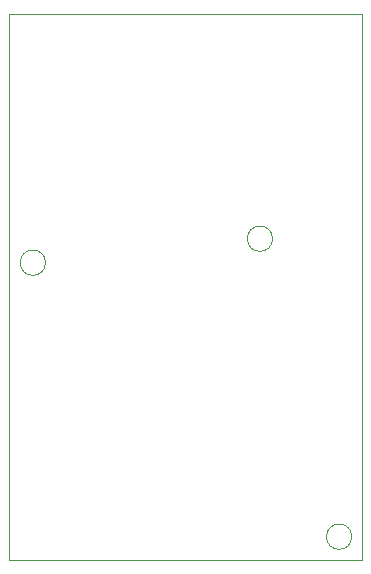
<source format=gbr>
%TF.GenerationSoftware,KiCad,Pcbnew,8.0.4*%
%TF.CreationDate,2025-04-14T17:42:23-04:00*%
%TF.ProjectId,Daisy_Board_Stepper,44616973-795f-4426-9f61-72645f537465,rev?*%
%TF.SameCoordinates,Original*%
%TF.FileFunction,Profile,NP*%
%FSLAX46Y46*%
G04 Gerber Fmt 4.6, Leading zero omitted, Abs format (unit mm)*
G04 Created by KiCad (PCBNEW 8.0.4) date 2025-04-14 17:42:23*
%MOMM*%
%LPD*%
G01*
G04 APERTURE LIST*
%TA.AperFunction,Profile*%
%ADD10C,0.100000*%
%TD*%
G04 APERTURE END LIST*
D10*
X106298418Y-98559750D02*
G75*
G02*
X104158418Y-98559750I-1070000J0D01*
G01*
X104158418Y-98559750D02*
G75*
G02*
X106298418Y-98559750I1070000J0D01*
G01*
X80372000Y-75361800D02*
G75*
G02*
X78232000Y-75361800I-1070000J0D01*
G01*
X78232000Y-75361800D02*
G75*
G02*
X80372000Y-75361800I1070000J0D01*
G01*
X99597600Y-73329800D02*
G75*
G02*
X97457600Y-73329800I-1070000J0D01*
G01*
X97457600Y-73329800D02*
G75*
G02*
X99597600Y-73329800I1070000J0D01*
G01*
X77317600Y-54330600D02*
X107162600Y-54330600D01*
X107162600Y-100507800D01*
X77317600Y-100507800D01*
X77317600Y-54330600D01*
M02*

</source>
